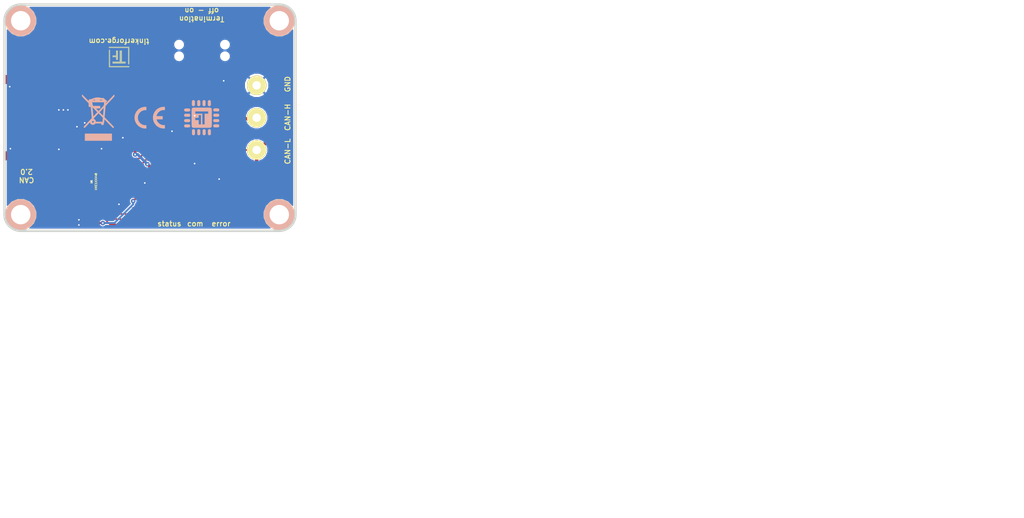
<source format=kicad_pcb>
(kicad_pcb (version 4) (host pcbnew 4.0.7-e2-6376~58~ubuntu17.04.1)
  (title_block (title "CAN Bricklet") (date 2018-01-16) (rev 2.0) (company "Tinkerforge GmbH") (comment 1 "Licensed under CERN OHL v.1.1") (comment 2 "Copyright (©) 2018, B.Nordmeyer <bastian@tinkerforge.com>"))
  (layers (0 Vorderseite signal) (31 Rückseite signal hide) (34 B.Paste user) (35 F.Paste user) (36 B.SilkS user) (37 F.SilkS user) (38 B.Mask user) (39 F.Mask user) (44 Edge.Cuts user))
  (net 0 "")
  (net 1 GND)
  (net 2 "Net-(C1-Pad2)")
  (net 3 "Net-(P1-Pad6)")
  (net 4 +5V)
  (net 5 "Net-(C6-Pad1)")
  (net 6 3V3)
  (net 7 "Net-(K1-Pad2)")
  (net 8 "Net-(K1-Pad3)")
  (net 9 "Net-(C7-Pad1)")
  (net 10 "Net-(C14-Pad1)")
  (net 11 "Net-(C15-Pad1)")
  (net 12 "Net-(D1-Pad2)")
  (net 13 "Net-(P1-Pad4)")
  (net 14 "Net-(P1-Pad5)")
  (net 15 "Net-(P2-Pad1)")
  (net 16 "Net-(P3-Pad2)")
  (net 17 "Net-(R2-Pad2)")
  (net 18 "Net-(R5-Pad2)")
  (net 19 S-CS)
  (net 20 S-CLK)
  (net 21 S-MOSI)
  (net 22 S-MISO)
  (net 23 TX)
  (net 24 RX)
  (net 25 "Net-(D2-Pad2)")
  (net 26 "Net-(D3-Pad2)")
  (net 27 "Net-(RP2-Pad4)")
  (net 28 "Net-(RP2-Pad2)")
  (net 29 "Net-(RP2-Pad3)")
  (module kicad-libraries:Fiducial_Mark (layer Vorderseite) (at 132.3 116.1)
    (fp_text reference Fiducial_Mark hide)
    (fp_text value VAL** hide)
    (pad 1 smd circle (at 0 0) (size 1.00076 1.00076) (layers Vorderseite F.Paste F.Mask) (clearance 0.65024))
  )
  (module kicad-libraries:Logo_31x31 (layer Vorderseite) (at 144.6 92.8 180)
    (fp_text reference G*** hide)
    (fp_text value Logo_31x31 hide)
  )
  (module kicad-libraries:Fiducial_Mark (layer Vorderseite) (at 132.8 85.6)
    (fp_text reference Fiducial_Mark hide)
    (fp_text value VAL** hide)
    (pad 1 smd circle (at 0 0) (size 1.00076 1.00076) (layers Vorderseite F.Paste F.Mask) (clearance 0.65024))
  )
  (module kicad-libraries:Fiducial_Mark (layer Vorderseite) (at 167.8 110.6)
    (fp_text reference Fiducial_Mark hide)
    (fp_text value VAL** hide)
    (pad 1 smd circle (at 0 0) (size 1.00076 1.00076) (layers Vorderseite F.Paste F.Mask) (clearance 0.65024))
  )
  (module kicad-libraries:Fiducial_Mark (layer Vorderseite) (at 164.4 87.8)
    (fp_text reference Fiducial_Mark hide)
    (fp_text value VAL** hide)
    (pad 1 smd circle (at 0 0) (size 1.00076 1.00076) (layers Vorderseite F.Paste F.Mask) (clearance 0.65024))
  )
  (module kicad-libraries:WEEE_7mm (layer Rückseite) (at 139.8 100.6 180)
    (fp_text reference VAL hide)
    (fp_text value WEEE_7mm hide)
  )
  (module kicad-libraries:CE_5mm (layer Rückseite) (at 147.8 100.6)
    (fp_text reference VAL hide)
    (fp_text value CE_5mm hide)
  )
  (module kicad-libraries:DRILL_NP (layer Vorderseite) (at 167.8 115.6 90)
    (fp_text reference U4 hide)
    (fp_text value DRILL hide)
    (pad "" np_thru_hole circle (at 0 0 90) (size 2.99974 2.99974) (drill 2.99974) (layers *.Cu *.Mask F.SilkS) (clearance 0.89916))
  )
  (module kicad-libraries:DRILL_NP (layer Vorderseite) (at 167.8 85.6)
    (fp_text reference U5 hide)
    (fp_text value DRILL hide)
    (pad "" np_thru_hole circle (at 0 0) (size 2.99974 2.99974) (drill 2.99974) (layers *.Cu *.Mask F.SilkS) (clearance 0.89916))
  )
  (module kicad-libraries:DRILL_NP (layer Vorderseite) (at 127.8 115.6 90)
    (fp_text reference U6 hide)
    (fp_text value DRILL hide)
    (pad "" np_thru_hole circle (at 0 0 90) (size 2.99974 2.99974) (drill 2.99974) (layers *.Cu *.Mask F.SilkS) (clearance 0.89916))
  )
  (module kicad-libraries:CRYSTAL_3225 (layer Vorderseite) (at 139.25 103.6 180)
    (fp_text reference X1)
    (fp_text value 16MHz)
    (pad 3 smd rect (at -1.09982 -0.8001 180) (size 1.39954 1.15062) (layers Vorderseite F.Paste F.Mask) (net 1 GND))
    (pad 2 smd rect (at 1.09982 -0.8001 180) (size 1.39954 1.15062) (layers Vorderseite F.Paste F.Mask) (net 9 "Net-(C7-Pad1)"))
    (pad 1 smd rect (at -1.09982 0.8001 180) (size 1.39954 1.15062) (layers Vorderseite F.Paste F.Mask) (net 5 "Net-(C6-Pad1)"))
    (pad 3 smd rect (at 1.09982 0.8001 180) (size 1.39954 1.15062) (layers Vorderseite F.Paste F.Mask) (net 1 GND))
  )
  (module kicad-libraries:SLIDE_SWITCH (layer Vorderseite) (at 155.8 90.2)
    (fp_text reference SW1)
    (fp_text value Termination)
    (pad 6 smd rect (at -2.49936 -3.2004) (size 1.19888 1.6002) (layers Vorderseite F.Paste F.Mask))
    (pad 5 smd rect (at 0 -3.2004) (size 1.19888 1.6002) (layers Vorderseite F.Paste F.Mask))
    (pad 4 smd rect (at 2.49936 -3.2004) (size 1.19888 1.6002) (layers Vorderseite F.Paste F.Mask))
    (pad 3 smd rect (at 2.49936 3.2004) (size 1.19888 1.6002) (layers Vorderseite F.Paste F.Mask))
    (pad 2 smd rect (at 0 3.2004) (size 1.19888 1.6002) (layers Vorderseite F.Paste F.Mask) (net 18 "Net-(R5-Pad2)"))
    (pad 1 smd rect (at -2.49936 3.2004) (size 1.19888 1.6002) (layers Vorderseite F.Paste F.Mask) (net 7 "Net-(K1-Pad2)"))
    (pad "" np_thru_hole circle (at -3.5 -0.9) (size 1.2 1.2) (drill 1.2) (layers *.Cu *.Mask F.SilkS))
    (pad "" np_thru_hole circle (at -3.5 0.9) (size 1.2 1.2) (drill 1.2) (layers *.Cu *.Mask F.SilkS))
    (pad "" np_thru_hole circle (at 3.6 -0.9) (size 1.2 1.2) (drill 1.2) (layers *.Cu *.Mask F.SilkS))
    (pad "" np_thru_hole circle (at 3.6 0.9) (size 1.2 1.2) (drill 1.2) (layers *.Cu *.Mask F.SilkS))
  )
  (module kicad-libraries:AKL_5_3 (layer Vorderseite) (at 164.3 100.6 270)
    (fp_text reference K1)
    (fp_text value CONN_3)
    (pad 1 thru_hole circle (at -5 0 270) (size 2.99974 2.99974) (drill 1.30048) (layers *.Cu *.Mask F.SilkS) (net 1 GND))
    (pad 2 thru_hole circle (at 0 0 270) (size 2.99974 2.99974) (drill 1.30048) (layers *.Cu *.Mask F.SilkS) (net 7 "Net-(K1-Pad2)"))
    (pad 3 thru_hole circle (at 5 0 270) (size 2.99974 2.99974) (drill 1.30048) (layers *.Cu *.Mask F.SilkS) (net 8 "Net-(K1-Pad3)"))
  )
  (module C0402E (layer Vorderseite) (at 132.7 104.5 135)
    (fp_text reference C1)
    (fp_text value 220pF)
    (pad 1 smd rect (at -0.65 0 135) (size 0.7 0.9) (layers Vorderseite F.Paste F.Mask) (net 1 GND))
    (pad 2 smd rect (at 0.65 0 135) (size 0.7 0.9) (layers Vorderseite F.Paste F.Mask) (net 2 "Net-(C1-Pad2)"))
  )
  (module kicad-libraries:C0805E (layer Vorderseite) (at 134.2 97.4 90)
    (fp_text reference C2)
    (fp_text value 10uF)
    (pad 1 smd rect (at -0.95 0 90) (size 1.3 1.5) (layers Vorderseite F.Paste F.Mask) (net 1 GND) (clearance 0.14986))
    (pad 2 smd rect (at 0.95 0 90) (size 1.3 1.5) (layers Vorderseite F.Paste F.Mask) (net 4 +5V) (clearance 0.14986))
  )
  (module kicad-libraries:C0805E (layer Vorderseite) (at 132.4 99.3 270)
    (fp_text reference C3)
    (fp_text value 10uF)
    (pad 1 smd rect (at -0.95 0 270) (size 1.3 1.5) (layers Vorderseite F.Paste F.Mask) (net 1 GND) (clearance 0.14986))
    (pad 2 smd rect (at 0.95 0 270) (size 1.3 1.5) (layers Vorderseite F.Paste F.Mask) (net 6 3V3) (clearance 0.14986))
  )
  (module kicad-libraries:C0603F (layer Vorderseite) (at 139.25 101.4 180)
    (fp_text reference C6)
    (fp_text value 10pF)
    (pad 1 smd rect (at -0.75 0 180) (size 0.9 0.9) (layers Vorderseite F.Paste F.Mask) (net 5 "Net-(C6-Pad1)"))
    (pad 2 smd rect (at 0.75 0 180) (size 0.9 0.9) (layers Vorderseite F.Paste F.Mask) (net 1 GND))
  )
  (module kicad-libraries:C0603F (layer Vorderseite) (at 136.55 103.6 90)
    (fp_text reference C7)
    (fp_text value 10pF)
    (pad 1 smd rect (at -0.75 0 90) (size 0.9 0.9) (layers Vorderseite F.Paste F.Mask) (net 9 "Net-(C7-Pad1)"))
    (pad 2 smd rect (at 0.75 0 90) (size 0.9 0.9) (layers Vorderseite F.Paste F.Mask) (net 1 GND))
  )
  (module kicad-libraries:C0603F (layer Vorderseite) (at 142.85 104.5 180)
    (fp_text reference C8)
    (fp_text value 100nF)
    (pad 1 smd rect (at -0.75 0 180) (size 0.9 0.9) (layers Vorderseite F.Paste F.Mask) (net 1 GND))
    (pad 2 smd rect (at 0.75 0 180) (size 0.9 0.9) (layers Vorderseite F.Paste F.Mask) (net 6 3V3))
  )
  (module kicad-libraries:C0603F (layer Vorderseite) (at 138.4 116.9)
    (fp_text reference C9)
    (fp_text value 100nF)
    (pad 1 smd rect (at -0.75 0) (size 0.9 0.9) (layers Vorderseite F.Paste F.Mask) (net 1 GND))
    (pad 2 smd rect (at 0.75 0) (size 0.9 0.9) (layers Vorderseite F.Paste F.Mask) (net 6 3V3))
  )
  (module kicad-libraries:C0603F (layer Vorderseite) (at 143.85 113 90)
    (fp_text reference C10)
    (fp_text value 100nF)
    (pad 1 smd rect (at -0.75 0 90) (size 0.9 0.9) (layers Vorderseite F.Paste F.Mask) (net 1 GND))
    (pad 2 smd rect (at 0.75 0 90) (size 0.9 0.9) (layers Vorderseite F.Paste F.Mask) (net 6 3V3))
  )
  (module kicad-libraries:C0603F (layer Vorderseite) (at 138.4 115.55)
    (fp_text reference C11)
    (fp_text value 220nF)
    (pad 1 smd rect (at -0.75 0) (size 0.9 0.9) (layers Vorderseite F.Paste F.Mask) (net 1 GND))
    (pad 2 smd rect (at 0.75 0) (size 0.9 0.9) (layers Vorderseite F.Paste F.Mask) (net 6 3V3))
  )
  (module kicad-libraries:C0603F (layer Vorderseite) (at 156.6 107.7 180)
    (fp_text reference C12)
    (fp_text value 100nF)
    (pad 1 smd rect (at -0.75 0 180) (size 0.9 0.9) (layers Vorderseite F.Paste F.Mask) (net 6 3V3))
    (pad 2 smd rect (at 0.75 0 180) (size 0.9 0.9) (layers Vorderseite F.Paste F.Mask) (net 1 GND))
  )
  (module kicad-libraries:C0603F (layer Vorderseite) (at 151.2 104.5 90)
    (fp_text reference C13)
    (fp_text value 100nF)
    (pad 1 smd rect (at -0.75 0 90) (size 0.9 0.9) (layers Vorderseite F.Paste F.Mask) (net 4 +5V))
    (pad 2 smd rect (at 0.75 0 90) (size 0.9 0.9) (layers Vorderseite F.Paste F.Mask) (net 1 GND))
  )
  (module kicad-libraries:C0603F (layer Vorderseite) (at 160.3 110.1 180)
    (fp_text reference C14)
    (fp_text value 470pF)
    (pad 1 smd rect (at -0.75 0 180) (size 0.9 0.9) (layers Vorderseite F.Paste F.Mask) (net 10 "Net-(C14-Pad1)"))
    (pad 2 smd rect (at 0.75 0 180) (size 0.9 0.9) (layers Vorderseite F.Paste F.Mask) (net 1 GND))
  )
  (module kicad-libraries:C0603F (layer Vorderseite) (at 159.2 96.6 90)
    (fp_text reference C15)
    (fp_text value 470pF)
    (pad 1 smd rect (at -0.75 0 90) (size 0.9 0.9) (layers Vorderseite F.Paste F.Mask) (net 11 "Net-(C15-Pad1)"))
    (pad 2 smd rect (at 0.75 0 90) (size 0.9 0.9) (layers Vorderseite F.Paste F.Mask) (net 1 GND))
  )
  (module D0603F (layer Vorderseite) (at 150.8 115.5 180)
    (fp_text reference D1)
    (fp_text value blue)
    (pad 1 smd rect (at -0.75 0 180) (size 0.9 0.9) (layers Vorderseite F.Paste F.Mask) (net 6 3V3))
    (pad 2 smd rect (at 0.75 0 180) (size 0.9 0.9) (layers Vorderseite F.Paste F.Mask) (net 12 "Net-(D1-Pad2)"))
  )
  (module kicad-libraries:DEBUG_PAD (layer Vorderseite) (at 135.1 116.5)
    (fp_text reference P2)
    (fp_text value Debug)
    (pad 1 smd circle (at 0 0) (size 0.7 0.7) (layers Vorderseite F.Paste F.Mask) (net 15 "Net-(P2-Pad1)"))
  )
  (module kicad-libraries:SolderJumper (layer Vorderseite) (at 145.9 110.7 180)
    (fp_text reference P3)
    (fp_text value Boot)
    (pad 2 smd rect (at 0.55 0 180) (size 0.3 1.4) (layers Vorderseite F.Mask) (net 16 "Net-(P3-Pad2)"))
    (pad 2 smd rect (at 0.15 0 180) (size 0.6 0.5) (layers Vorderseite F.Mask) (net 16 "Net-(P3-Pad2)"))
    (pad 1 smd rect (at -0.5 0 180) (size 0.4 1.4) (layers Vorderseite F.Mask) (net 1 GND))
    (pad 1 smd rect (at -0.225 0.55 180) (size 0.95 0.3) (layers Vorderseite F.Mask) (net 1 GND))
    (pad 1 smd rect (at -0.225 -0.55 180) (size 0.95 0.3) (layers Vorderseite F.Mask) (net 1 GND))
  )
  (module kicad-libraries:R0603F (layer Vorderseite) (at 155.5 101.2)
    (fp_text reference R2)
    (fp_text value 1k)
    (pad 1 smd rect (at -0.75 0) (size 0.9 0.9) (layers Vorderseite F.Paste F.Mask) (net 1 GND))
    (pad 2 smd rect (at 0.75 0) (size 0.9 0.9) (layers Vorderseite F.Paste F.Mask) (net 17 "Net-(R2-Pad2)"))
  )
  (module kicad-libraries:R0603F (layer Vorderseite) (at 163.5 110.1)
    (fp_text reference R3)
    (fp_text value 120)
    (pad 1 smd rect (at -0.75 0) (size 0.9 0.9) (layers Vorderseite F.Paste F.Mask) (net 10 "Net-(C14-Pad1)"))
    (pad 2 smd rect (at 0.75 0) (size 0.9 0.9) (layers Vorderseite F.Paste F.Mask) (net 8 "Net-(K1-Pad3)"))
  )
  (module kicad-libraries:R0603F (layer Vorderseite) (at 159.2 99.9 270)
    (fp_text reference R4)
    (fp_text value 120)
    (pad 1 smd rect (at -0.75 0 270) (size 0.9 0.9) (layers Vorderseite F.Paste F.Mask) (net 11 "Net-(C15-Pad1)"))
    (pad 2 smd rect (at 0.75 0 270) (size 0.9 0.9) (layers Vorderseite F.Paste F.Mask) (net 7 "Net-(K1-Pad2)"))
  )
  (module kicad-libraries:R0603F (layer Vorderseite) (at 163.7 91.8 180)
    (fp_text reference R5)
    (fp_text value 120)
    (pad 1 smd rect (at -0.75 0 180) (size 0.9 0.9) (layers Vorderseite F.Paste F.Mask) (net 8 "Net-(K1-Pad3)"))
    (pad 2 smd rect (at 0.75 0 180) (size 0.9 0.9) (layers Vorderseite F.Paste F.Mask) (net 18 "Net-(R5-Pad2)"))
  )
  (module kicad-libraries:4X0402 (layer Vorderseite) (at 133.85 103.4 225)
    (fp_text reference RP1)
    (fp_text value 82)
    (pad 1 smd rect (at -0.7493 0.575 45) (size 0.29972 0.65) (layers Vorderseite F.Paste F.Mask) (net 13 "Net-(P1-Pad4)"))
    (pad 2 smd rect (at -0.24892 0.575 45) (size 0.29972 0.65) (layers Vorderseite F.Paste F.Mask) (net 14 "Net-(P1-Pad5)"))
    (pad 3 smd rect (at 0.24892 0.575 45) (size 0.29972 0.65) (layers Vorderseite F.Paste F.Mask) (net 3 "Net-(P1-Pad6)"))
    (pad 4 smd rect (at 0.7493 0.575 45) (size 0.29972 0.65) (layers Vorderseite F.Paste F.Mask) (net 2 "Net-(C1-Pad2)"))
    (pad 5 smd rect (at 0.7493 -0.575 225) (size 0.29972 0.65) (layers Vorderseite F.Paste F.Mask) (net 22 S-MISO))
    (pad 6 smd rect (at 0.24892 -0.575 225) (size 0.29972 0.65) (layers Vorderseite F.Paste F.Mask) (net 21 S-MOSI))
    (pad 7 smd rect (at -0.24892 -0.575 225) (size 0.29972 0.65) (layers Vorderseite F.Paste F.Mask) (net 20 S-CLK))
    (pad 8 smd rect (at -0.7493 -0.575 225) (size 0.29972 0.65) (layers Vorderseite F.Paste F.Mask) (net 19 S-CS))
  )
  (module kicad-libraries:QFN48-EP2 (layer Vorderseite) (at 138.75 110.5 270)
    (fp_text reference U1 (at 0 0 270) (layer F.SilkS) (effects (font (size 0.29972 0.29972) (thickness 0.0762))))
    (fp_text value XMC1XXX48 (at 0 -0.7 270) (layer F.SilkS) (effects (font (size 0.29972 0.29972) (thickness 0.0762))))
    (pad 1 smd rect (at -2.74828 3.61188 90) (size 0.29972 1.14808) (layers Vorderseite F.Paste F.Mask))
    (pad 2 smd rect (at -2.2479 3.61188 90) (size 0.29972 1.14808) (layers Vorderseite F.Paste F.Mask))
    (pad 3 smd rect (at -1.74752 3.61188 90) (size 0.29972 1.14808) (layers Vorderseite F.Paste F.Mask) (net 22 S-MISO))
    (pad 4 smd rect (at -1.24968 3.61188 90) (size 0.29972 1.14808) (layers Vorderseite F.Paste F.Mask))
    (pad 5 smd rect (at -0.7493 3.61188 90) (size 0.29972 1.14808) (layers Vorderseite F.Paste F.Mask))
    (pad 6 smd rect (at -0.24892 3.61188 90) (size 0.29972 1.14808) (layers Vorderseite F.Paste F.Mask))
    (pad 7 smd rect (at 0.24892 3.61188 90) (size 0.29972 1.14808) (layers Vorderseite F.Paste F.Mask))
    (pad 8 smd rect (at 0.7493 3.61188 90) (size 0.29972 1.14808) (layers Vorderseite F.Paste F.Mask))
    (pad 9 smd rect (at 1.24968 3.61188 90) (size 0.29972 1.14808) (layers Vorderseite F.Paste F.Mask))
    (pad 10 smd rect (at 1.74752 3.61188 90) (size 0.29972 1.14808) (layers Vorderseite F.Paste F.Mask))
    (pad 11 smd rect (at 2.2479 3.61188 90) (size 0.29972 1.14808) (layers Vorderseite F.Paste F.Mask))
    (pad 12 smd rect (at 2.74828 3.61188 90) (size 0.29972 1.14808) (layers Vorderseite F.Paste F.Mask))
    (pad 13 smd rect (at 3.61188 2.74828 180) (size 0.29972 1.14808) (layers Vorderseite F.Paste F.Mask) (net 15 "Net-(P2-Pad1)"))
    (pad 14 smd rect (at 3.61188 2.2479 180) (size 0.29972 1.14808) (layers Vorderseite F.Paste F.Mask))
    (pad 15 smd rect (at 3.61188 1.74752 180) (size 0.29972 1.14808) (layers Vorderseite F.Paste F.Mask))
    (pad 16 smd rect (at 3.61188 1.24968 180) (size 0.29972 1.14808) (layers Vorderseite F.Paste F.Mask))
    (pad 17 smd rect (at 3.61188 0.7493 180) (size 0.29972 1.14808) (layers Vorderseite F.Paste F.Mask) (net 1 GND))
    (pad 18 smd rect (at 3.61188 0.24892 180) (size 0.29972 1.14808) (layers Vorderseite F.Paste F.Mask) (net 6 3V3))
    (pad 19 smd rect (at 3.61188 -0.24892 180) (size 0.29972 1.14808) (layers Vorderseite F.Paste F.Mask) (net 6 3V3))
    (pad 20 smd rect (at 3.61188 -0.7493 180) (size 0.29972 1.14808) (layers Vorderseite F.Paste F.Mask))
    (pad 21 smd rect (at 3.61188 -1.24968 180) (size 0.29972 1.14808) (layers Vorderseite F.Paste F.Mask))
    (pad 22 smd rect (at 3.61188 -1.74752 180) (size 0.29972 1.14808) (layers Vorderseite F.Paste F.Mask) (net 27 "Net-(RP2-Pad4)"))
    (pad 23 smd rect (at 3.61188 -2.2479 180) (size 0.29972 1.14808) (layers Vorderseite F.Paste F.Mask) (net 29 "Net-(RP2-Pad3)"))
    (pad 24 smd rect (at 3.61188 -2.74828 180) (size 0.29972 1.14808) (layers Vorderseite F.Paste F.Mask) (net 28 "Net-(RP2-Pad2)"))
    (pad 25 smd rect (at 2.74828 -3.61188 270) (size 0.29972 1.14808) (layers Vorderseite F.Paste F.Mask))
    (pad 26 smd rect (at 2.2479 -3.61188 270) (size 0.29972 1.14808) (layers Vorderseite F.Paste F.Mask))
    (pad 27 smd rect (at 1.74752 -3.61188 270) (size 0.29972 1.14808) (layers Vorderseite F.Paste F.Mask) (net 6 3V3))
    (pad 28 smd rect (at 1.24968 -3.61188 270) (size 0.29972 1.14808) (layers Vorderseite F.Paste F.Mask))
    (pad 29 smd rect (at 0.7493 -3.61188 270) (size 0.29972 1.14808) (layers Vorderseite F.Paste F.Mask))
    (pad 30 smd rect (at 0.24892 -3.61188 270) (size 0.29972 1.14808) (layers Vorderseite F.Paste F.Mask) (net 16 "Net-(P3-Pad2)"))
    (pad 31 smd rect (at -0.24892 -3.61188 270) (size 0.29972 1.14808) (layers Vorderseite F.Paste F.Mask))
    (pad 32 smd rect (at -0.7493 -3.61188 270) (size 0.29972 1.14808) (layers Vorderseite F.Paste F.Mask))
    (pad 33 smd rect (at -1.24968 -3.61188 270) (size 0.29972 1.14808) (layers Vorderseite F.Paste F.Mask) (net 23 TX))
    (pad 34 smd rect (at -1.74752 -3.61188 270) (size 0.29972 1.14808) (layers Vorderseite F.Paste F.Mask) (net 24 RX))
    (pad 35 smd rect (at -2.2479 -3.61188 270) (size 0.29972 1.14808) (layers Vorderseite F.Paste F.Mask))
    (pad 36 smd rect (at -2.74828 -3.61188 270) (size 0.29972 1.14808) (layers Vorderseite F.Paste F.Mask))
    (pad 37 smd rect (at -3.60934 -2.74828) (size 0.29972 1.15062) (layers Vorderseite F.Paste F.Mask) (net 1 GND))
    (pad 38 smd rect (at -3.61188 -2.2479) (size 0.29972 1.14808) (layers Vorderseite F.Paste F.Mask) (net 6 3V3))
    (pad 39 smd rect (at -3.61188 -1.74752) (size 0.29972 1.14808) (layers Vorderseite F.Paste F.Mask))
    (pad 40 smd rect (at -3.61188 -1.24968) (size 0.29972 1.14808) (layers Vorderseite F.Paste F.Mask))
    (pad 41 smd rect (at -3.61188 -0.7493) (size 0.29972 1.14808) (layers Vorderseite F.Paste F.Mask) (net 5 "Net-(C6-Pad1)"))
    (pad 42 smd rect (at -3.61188 -0.24892) (size 0.29972 1.14808) (layers Vorderseite F.Paste F.Mask) (net 9 "Net-(C7-Pad1)"))
    (pad 43 smd rect (at -3.61188 0.24892) (size 0.29972 1.14808) (layers Vorderseite F.Paste F.Mask))
    (pad 44 smd rect (at -3.61188 0.7493) (size 0.29972 1.14808) (layers Vorderseite F.Paste F.Mask) (net 19 S-CS))
    (pad 45 smd rect (at -3.61188 1.24968) (size 0.29972 1.14808) (layers Vorderseite F.Paste F.Mask) (net 20 S-CLK))
    (pad 46 smd rect (at -3.61188 1.74752) (size 0.29972 1.14808) (layers Vorderseite F.Paste F.Mask) (net 21 S-MOSI))
    (pad 47 smd rect (at -3.61188 2.2479) (size 0.29972 1.14808) (layers Vorderseite F.Paste F.Mask))
    (pad 48 smd rect (at -3.61188 2.74828) (size 0.29972 1.14808) (layers Vorderseite F.Paste F.Mask))
    (pad EP smd rect (at 0 0 270) (size 3.5 3.5) (layers Vorderseite F.Paste F.Mask) (net 1 GND))
  )
  (module kicad-libraries:SOIC8 (layer Vorderseite) (at 155.5 104.4 270)
    (fp_text reference U2)
    (fp_text value MCP2562)
    (pad 1 smd rect (at -1.90246 2.69748 90) (size 0.59944 1.5494) (layers Vorderseite F.Paste F.Mask) (net 23 TX))
    (pad 2 smd rect (at -0.63246 2.69748 90) (size 0.59944 1.5494) (layers Vorderseite F.Paste F.Mask) (net 1 GND))
    (pad 3 smd rect (at 0.63246 2.69748 90) (size 0.59944 1.5494) (layers Vorderseite F.Paste F.Mask) (net 4 +5V))
    (pad 4 smd rect (at 1.90246 2.69748 90) (size 0.59944 1.5494) (layers Vorderseite F.Paste F.Mask) (net 24 RX))
    (pad 5 smd rect (at 1.90246 -2.69748 270) (size 0.59944 1.5494) (layers Vorderseite F.Paste F.Mask) (net 6 3V3))
    (pad 6 smd rect (at 0.63246 -2.69748 270) (size 0.59944 1.5494) (layers Vorderseite F.Paste F.Mask) (net 8 "Net-(K1-Pad3)"))
    (pad 7 smd rect (at -0.63246 -2.69748 270) (size 0.59944 1.5494) (layers Vorderseite F.Paste F.Mask) (net 7 "Net-(K1-Pad2)"))
    (pad 8 smd rect (at -1.90246 -2.69748 270) (size 0.59944 1.5494) (layers Vorderseite F.Paste F.Mask) (net 17 "Net-(R2-Pad2)"))
  )
  (module kicad-libraries:DRILL_NP (layer Vorderseite) (at 127.8 85.6 270)
    (fp_text reference U3 hide)
    (fp_text value DRILL hide)
    (pad "" np_thru_hole circle (at 0 0 270) (size 2.99974 2.99974) (drill 2.99974) (layers *.Cu *.Mask F.SilkS) (clearance 0.89916))
  )
  (module kicad-libraries:CON-SENSOR2 (layer Vorderseite) (at 125.3 100.6 270)
    (fp_text reference P1)
    (fp_text value CON-SENSOR)
    (pad 1 smd rect (at -3.75 -4.6 270) (size 0.6 1.8) (layers Vorderseite F.Paste F.Mask) (net 4 +5V))
    (pad 2 smd rect (at -2.5 -4.6 270) (size 0.6 1.8) (layers Vorderseite F.Paste F.Mask) (net 1 GND))
    (pad EP smd rect (at -5.9 -1.2 270) (size 1.4 2.4) (layers Vorderseite F.Paste F.Mask) (net 1 GND))
    (pad EP smd rect (at 5.9 -1.2 270) (size 1.4 2.4) (layers Vorderseite F.Paste F.Mask) (net 1 GND))
    (pad 3 smd rect (at -1.25 -4.6 270) (size 0.6 1.8) (layers Vorderseite F.Paste F.Mask) (net 6 3V3))
    (pad 4 smd rect (at 0 -4.6 270) (size 0.6 1.8) (layers Vorderseite F.Paste F.Mask) (net 13 "Net-(P1-Pad4)"))
    (pad 5 smd rect (at 1.25 -4.6 270) (size 0.6 1.8) (layers Vorderseite F.Paste F.Mask) (net 14 "Net-(P1-Pad5)"))
    (pad 6 smd rect (at 2.5 -4.6 270) (size 0.6 1.8) (layers Vorderseite F.Paste F.Mask) (net 3 "Net-(P1-Pad6)"))
    (pad 7 smd rect (at 3.75 -4.6 270) (size 0.6 1.8) (layers Vorderseite F.Paste F.Mask) (net 2 "Net-(C1-Pad2)"))
  )
  (module D0603F (layer Vorderseite) (at 154.8 115.5 180)
    (fp_text reference D2)
    (fp_text value yellow)
    (pad 1 smd rect (at -0.75 0 180) (size 0.9 0.9) (layers Vorderseite F.Paste F.Mask) (net 6 3V3))
    (pad 2 smd rect (at 0.75 0 180) (size 0.9 0.9) (layers Vorderseite F.Paste F.Mask) (net 25 "Net-(D2-Pad2)"))
  )
  (module D0603F (layer Vorderseite) (at 158.8 115.5 180)
    (fp_text reference D3)
    (fp_text value red)
    (pad 1 smd rect (at -0.75 0 180) (size 0.9 0.9) (layers Vorderseite F.Paste F.Mask) (net 6 3V3))
    (pad 2 smd rect (at 0.75 0 180) (size 0.9 0.9) (layers Vorderseite F.Paste F.Mask) (net 26 "Net-(D3-Pad2)"))
  )
  (module kicad-libraries:0603X4 (layer Vorderseite) (at 146.3 115.9 90)
    (fp_text reference RP2)
    (fp_text value 1k)
    (pad 1 smd rect (at 1.19888 -0.8509 90) (size 0.44958 0.89916) (layers Vorderseite F.Paste F.Mask))
    (pad 2 smd rect (at 0.39878 -0.8509 90) (size 0.44958 0.89916) (layers Vorderseite F.Paste F.Mask) (net 28 "Net-(RP2-Pad2)"))
    (pad 3 smd rect (at -0.39878 -0.8509 90) (size 0.44958 0.89916) (layers Vorderseite F.Paste F.Mask) (net 29 "Net-(RP2-Pad3)"))
    (pad 4 smd rect (at -1.19888 -0.8509 90) (size 0.44958 0.89916) (layers Vorderseite F.Paste F.Mask) (net 27 "Net-(RP2-Pad4)"))
    (pad 5 smd rect (at -1.19888 0.8509 90) (size 0.44958 0.89916) (layers Vorderseite F.Paste F.Mask) (net 26 "Net-(D3-Pad2)"))
    (pad 6 smd rect (at -0.39878 0.8509 90) (size 0.44958 0.89916) (layers Vorderseite F.Paste F.Mask) (net 25 "Net-(D2-Pad2)"))
    (pad 7 smd rect (at 0.39878 0.8509 90) (size 0.44958 0.89916) (layers Vorderseite F.Paste F.Mask) (net 12 "Net-(D1-Pad2)"))
    (pad 8 smd rect (at 1.19888 0.8509 90) (size 0.44958 0.89916) (layers Vorderseite F.Paste F.Mask))
  )
  (module kicad-libraries:Logo_CoMCU (layer Rückseite) (at 155.8 100.6 180)
    (fp_text reference G*** hide)
    (fp_text value LOGO hide)
  )
  (gr_text error (at 158.8 117) (layer F.SilkS) (effects (font (size 0.8001 0.8001) (thickness 0.14986))))
  (gr_text com (at 154.8 117) (layer F.SilkS) (effects (font (size 0.8001 0.8001) (thickness 0.14986))))
  (gr_text status (at 150.8 117) (layer F.SilkS) (effects (font (size 0.8001 0.8001) (thickness 0.14986))))
  (gr_text "Termination\noff - on" (at 155.8 84.7 180) (layer F.SilkS) (effects (font (size 0.8 0.8))))
  (gr_text "CAN-L  CAN-H   GND" (at 169.1 101 90) (layer F.SilkS) (effects (font (size 0.8 0.8))))
  (gr_line (start 170.3 85.6) (end 170.3 115.6) (angle 90) (layer Edge.Cuts) (width 0.381))
  (gr_line (start 127.8 83.1) (end 167.8 83.1) (angle 90) (layer Edge.Cuts) (width 0.381))
  (gr_line (start 125.3 115.6) (end 125.3 85.6) (angle 90) (layer Edge.Cuts) (width 0.381))
  (gr_line (start 167.8 118.1) (end 127.8 118.1) (angle 90) (layer Edge.Cuts) (width 0.381))
  (gr_arc (start 167.8 115.6) (end 170.3 115.6) (angle 90) (layer Edge.Cuts) (width 0.381))
  (gr_arc (start 167.8 85.6) (end 167.8 83.1) (angle 90) (layer Edge.Cuts) (width 0.381))
  (gr_arc (start 127.8 85.6) (end 125.3 85.6) (angle 90) (layer Edge.Cuts) (width 0.381))
  (gr_arc (start 127.8 115.6) (end 127.8 118.1) (angle 90) (layer Edge.Cuts) (width 0.381))
  (gr_text tinkerforge.com (at 143 88.8 180) (layer F.SilkS) (effects (font (size 0.8001 0.8001) (thickness 0.14986))))
  (gr_text "CAN\n2.0" (at 128.7 109.6 180) (layer F.SilkS) (effects (font (size 0.8001 0.8001) (thickness 0.14986))))
  (segment (start 146.4 110.7) (end 146.4 111.2) (width 0.2) (layer Vorderseite) (net 1))
  (segment (start 146.4 111.2) (end 146.1 111.2) (width 0.2) (layer Vorderseite) (net 1))
  (segment (start 146.1 111.2) (end 146.125 111.25) (width 0.2) (layer Vorderseite) (net 1))
  (segment (start 146.125 110.15) (end 146.35 110.15) (width 0.2) (layer Vorderseite) (net 1))
  (segment (start 146.35 110.15) (end 146.4 110.2) (width 0.2) (layer Vorderseite) (net 1))
  (segment (start 146.4 110.2) (end 146.4 110.7) (width 0.2) (layer Vorderseite) (net 1))
  (segment (start 143.6 104.5) (end 143.6 103.7) (width 0.5) (layer Vorderseite) (net 1))
  (via (at 143.6 103.7) (size 0.70104) (drill 0.24892) (layers Vorderseite Rückseite) (net 1))
  (segment (start 140.34982 104.4001) (end 140.34982 105.35018) (width 0.5) (layer Vorderseite) (net 1))
  (via (at 140.3 105.4) (size 0.70104) (drill 0.24892) (layers Vorderseite Rückseite) (net 1))
  (segment (start 140.34982 105.35018) (end 140.3 105.4) (width 0.5) (layer Vorderseite) (net 1))
  (segment (start 138.5 101.4) (end 137.7 101.4) (width 0.5) (layer Vorderseite) (net 1))
  (via (at 137.7 101.4) (size 0.70104) (drill 0.24892) (layers Vorderseite Rückseite) (net 1))
  (segment (start 136.55 102.85) (end 136.55 102.05) (width 0.5) (layer Vorderseite) (net 1))
  (via (at 136.5 102) (size 0.70104) (drill 0.24892) (layers Vorderseite Rückseite) (net 1))
  (segment (start 136.55 102.05) (end 136.5 102) (width 0.5) (layer Vorderseite) (net 1))
  (segment (start 138.15018 102.7999) (end 136.6001 102.7999) (width 0.5) (layer Vorderseite) (net 1))
  (segment (start 136.6001 102.7999) (end 136.55 102.85) (width 0.5) (layer Vorderseite) (net 1))
  (segment (start 133.159619 104.959619) (end 133.7 105.5) (width 0.5) (layer Vorderseite) (net 1))
  (via (at 133.7 105.5) (size 0.70104) (drill 0.24892) (layers Vorderseite Rückseite) (net 1))
  (segment (start 137.65 116.9) (end 137.1 116.9) (width 0.5) (layer Vorderseite) (net 1))
  (via (at 136.8 117.2) (size 0.70104) (drill 0.24892) (layers Vorderseite Rückseite) (net 1))
  (segment (start 137.1 116.9) (end 136.8 117.2) (width 0.5) (layer Vorderseite) (net 1))
  (segment (start 137.65 116.9) (end 137.3 116.9) (width 0.5) (layer Vorderseite) (net 1))
  (segment (start 137.3 116.9) (end 136.8 116.4) (width 0.5) (layer Vorderseite) (net 1))
  (via (at 136.8 116.4) (size 0.70104) (drill 0.24892) (layers Vorderseite Rückseite) (net 1))
  (segment (start 143.85 113.75) (end 143.65 113.75) (width 0.5) (layer Vorderseite) (net 1))
  (segment (start 143.65 113.75) (end 143.4 114) (width 0.5) (layer Vorderseite) (net 1))
  (segment (start 143.4 114) (end 143 114) (width 0.5) (layer Vorderseite) (net 1))
  (via (at 143 114) (size 0.70104) (drill 0.24892) (layers Vorderseite Rückseite) (net 1))
  (segment (start 134.2 98.35) (end 134.2 98.4) (width 0.59944) (layer Vorderseite) (net 1))
  (segment (start 134.2 98.4) (end 135.1 99.3) (width 0.59944) (layer Vorderseite) (net 1))
  (via (at 135.1 99.4) (size 0.70104) (drill 0.24892) (layers Vorderseite Rückseite) (net 1))
  (segment (start 135.1 99.3) (end 135.1 99.4) (width 0.59944) (layer Vorderseite) (net 1))
  (segment (start 134.2 98.35) (end 134.2 99.2) (width 0.59944) (layer Vorderseite) (net 1))
  (via (at 134.4 99.4) (size 0.70104) (drill 0.24892) (layers Vorderseite Rückseite) (net 1))
  (segment (start 134.2 99.2) (end 134.4 99.4) (width 0.59944) (layer Vorderseite) (net 1))
  (segment (start 134.2 98.35) (end 134.2 98.9) (width 0.59944) (layer Vorderseite) (net 1))
  (segment (start 134.2 98.9) (end 133.7 99.4) (width 0.59944) (layer Vorderseite) (net 1))
  (via (at 133.7 99.4) (size 0.70104) (drill 0.24892) (layers Vorderseite Rückseite) (net 1))
  (segment (start 132.4 98.35) (end 134.2 98.35) (width 0.59944) (layer Vorderseite) (net 1))
  (segment (start 129.9 98.1) (end 132.15 98.1) (width 0.59944) (layer Vorderseite) (net 1))
  (segment (start 132.15 98.1) (end 132.4 98.35) (width 0.59944) (layer Vorderseite) (net 1))
  (via (at 138.75 110.5) (size 0.70104) (drill 0.24892) (layers Vorderseite Rückseite) (net 1))
  (segment (start 138.5 110.9) (end 138.5 110.75) (width 0.2) (layer Rückseite) (net 1))
  (segment (start 138.5 110.75) (end 138.75 110.5) (width 0.2) (layer Rückseite) (net 1))
  (segment (start 146.4 110.7) (end 147 110.7) (width 0.2) (layer Vorderseite) (net 1))
  (via (at 147 110.7) (size 0.70104) (drill 0.24892) (layers Vorderseite Rückseite) (net 1))
  (segment (start 137.65 115.55) (end 137.65 116.9) (width 0.5) (layer Vorderseite) (net 1))
  (segment (start 138.0007 114.11188) (end 138.0007 114.7993) (width 0.29972) (layer Vorderseite) (net 1))
  (segment (start 138.0007 114.7993) (end 137.65 115.15) (width 0.29972) (layer Vorderseite) (net 1))
  (segment (start 137.65 115.15) (end 137.65 115.55) (width 0.29972) (layer Vorderseite) (net 1))
  (segment (start 141.49828 106.89066) (end 141.49828 106.15172) (width 0.29972) (layer Vorderseite) (net 1))
  (segment (start 154.6499 101.2) (end 154.6499 100.3501) (width 0.5) (layer Vorderseite) (net 1))
  (via (at 154.7 100.3) (size 0.70104) (drill 0.24892) (layers Vorderseite Rückseite) (net 1))
  (segment (start 154.6499 100.3501) (end 154.7 100.3) (width 0.5) (layer Vorderseite) (net 1))
  (segment (start 159.4499 110.1) (end 158.5 110.1) (width 0.5) (layer Vorderseite) (net 1))
  (via (at 158.5 110.1) (size 0.70104) (drill 0.24892) (layers Vorderseite Rückseite) (net 1))
  (segment (start 159.2 95.8499) (end 159.2 94.9) (width 0.5) (layer Vorderseite) (net 1))
  (via (at 159.2 94.9) (size 0.70104) (drill 0.24892) (layers Vorderseite Rückseite) (net 1))
  (segment (start 155.7499 107.7) (end 154.7 107.7) (width 0.5) (layer Vorderseite) (net 1))
  (via (at 154.7 107.7) (size 0.70104) (drill 0.24892) (layers Vorderseite Rückseite) (net 1))
  (segment (start 126.19916 94.80118) (end 126.19916 95.70084) (width 0.25) (layer Vorderseite) (net 1))
  (via (at 126.1 95.8) (size 0.70104) (drill 0.24892) (layers Vorderseite Rückseite) (net 1))
  (segment (start 126.19916 95.70084) (end 126.1 95.8) (width 0.25) (layer Vorderseite) (net 1))
  (segment (start 126.19916 106.39882) (end 126.19916 105.40084) (width 0.25) (layer Vorderseite) (net 1))
  (via (at 126.2 105.4) (size 0.70104) (drill 0.24892) (layers Vorderseite Rückseite) (net 1))
  (segment (start 126.19916 105.40084) (end 126.2 105.4) (width 0.25) (layer Vorderseite) (net 1))
  (segment (start 151.2 103.5499) (end 151.2 102.7) (width 0.5) (layer Vorderseite) (net 1))
  (via (at 151.2 102.7) (size 0.70104) (drill 0.24892) (layers Vorderseite Rückseite) (net 1))
  (segment (start 152.80252 103.76754) (end 151.41764 103.76754) (width 0.5) (layer Vorderseite) (net 1))
  (segment (start 151.41764 103.76754) (end 151.2 103.5499) (width 0.5) (layer Vorderseite) (net 1))
  (segment (start 142.95 105.4) (end 143.6 104.75) (width 0.29972) (layer Vorderseite) (net 1))
  (segment (start 142.25 105.4) (end 142.95 105.4) (width 0.29972) (layer Vorderseite) (net 1))
  (segment (start 141.49828 106.15172) (end 142.25 105.4) (width 0.29972) (layer Vorderseite) (net 1))
  (segment (start 143.6 104.75) (end 143.6 104.5) (width 0.2) (layer Vorderseite) (net 1))
  (segment (start 129.9 104.35) (end 131.930762 104.35) (width 0.2) (layer Vorderseite) (net 2))
  (segment (start 131.930762 104.35) (end 132.240381 104.040381) (width 0.2) (layer Vorderseite) (net 2))
  (segment (start 132.290381 104.140381) (end 132.296446 104.140381) (width 0.2) (layer Vorderseite) (net 2))
  (segment (start 132.296446 104.140381) (end 132.913578 103.523249) (width 0.2) (layer Vorderseite) (net 2))
  (segment (start 129.9 104.35) (end 131.45 104.35) (width 0.2) (layer Vorderseite) (net 2))
  (segment (start 129.9 103.1) (end 131.3 103.1) (width 0.2) (layer Vorderseite) (net 3))
  (segment (start 132.797974 102.7) (end 133.267401 103.169427) (width 0.2) (layer Vorderseite) (net 3))
  (segment (start 131.7 102.7) (end 132.797974 102.7) (width 0.2) (layer Vorderseite) (net 3))
  (segment (start 131.3 103.1) (end 131.7 102.7) (width 0.2) (layer Vorderseite) (net 3))
  (segment (start 134.2 96.45) (end 140.95 96.45) (width 0.45) (layer Vorderseite) (net 4))
  (segment (start 150.65 105.25) (end 151.2 105.25) (width 0.45) (layer Vorderseite) (net 4))
  (segment (start 149.7 104.3) (end 150.65 105.25) (width 0.45) (layer Vorderseite) (net 4))
  (segment (start 148.8 104.3) (end 149.7 104.3) (width 0.45) (layer Vorderseite) (net 4))
  (segment (start 140.95 96.45) (end 148.8 104.3) (width 0.45) (layer Vorderseite) (net 4))
  (segment (start 129.9 96.85) (end 131.25 96.85) (width 0.45) (layer Vorderseite) (net 4))
  (segment (start 131.65 96.45) (end 134.2 96.45) (width 0.45) (layer Vorderseite) (net 4))
  (segment (start 131.25 96.85) (end 131.65 96.45) (width 0.45) (layer Vorderseite) (net 4))
  (segment (start 152.80252 105.03246) (end 151.41764 105.03246) (width 0.249) (layer Vorderseite) (net 4))
  (segment (start 151.41764 105.03246) (end 151.2 105.2501) (width 0.249) (layer Vorderseite) (net 4))
  (segment (start 140 101.4) (end 140 102.45008) (width 0.2) (layer Vorderseite) (net 5))
  (segment (start 140 102.45008) (end 140.34982 102.7999) (width 0.2) (layer Vorderseite) (net 5))
  (segment (start 139.4993 106.88812) (end 139.4993 105.4493) (width 0.2) (layer Vorderseite) (net 5))
  (segment (start 139.25 103.5) (end 139.9501 102.7999) (width 0.2) (layer Vorderseite) (net 5))
  (segment (start 139.25 105.2) (end 139.25 103.5) (width 0.2) (layer Vorderseite) (net 5))
  (segment (start 139.4993 105.4493) (end 139.25 105.2) (width 0.2) (layer Vorderseite) (net 5))
  (segment (start 139.9501 102.7999) (end 140.34982 102.7999) (width 0.2) (layer Vorderseite) (net 5))
  (segment (start 157.35 107.7) (end 157.35 108.35) (width 0.25) (layer Vorderseite) (net 6))
  (segment (start 148.6 109) (end 148 108.4) (width 0.25) (layer Vorderseite) (net 6))
  (segment (start 156.7 109) (end 148.6 109) (width 0.25) (layer Vorderseite) (net 6))
  (segment (start 157.35 108.35) (end 156.7 109) (width 0.25) (layer Vorderseite) (net 6))
  (segment (start 140.5 116.9) (end 142.3 116.9) (width 0.29972) (layer Rückseite) (net 6))
  (segment (start 145.2 114) (end 145.2 113.5) (width 0.29972) (layer Rückseite) (net 6))
  (segment (start 142.3 116.9) (end 145.2 114) (width 0.29972) (layer Rückseite) (net 6))
  (segment (start 139.15 116.9) (end 140.5 116.9) (width 0.29972) (layer Vorderseite) (net 6))
  (segment (start 146.45 112.25) (end 146.95 112.25) (width 0.29972) (layer Vorderseite) (net 6))
  (via (at 145.2 113.5) (size 0.70104) (drill 0.24892) (layers Vorderseite Rückseite) (net 6))
  (segment (start 145.2 113.5) (end 146.45 112.25) (width 0.29972) (layer Vorderseite) (net 6))
  (via (at 140.5 116.9) (size 0.70104) (drill 0.24892) (layers Vorderseite Rückseite) (net 6))
  (segment (start 149.9 112.9) (end 149 112.9) (width 0.29972) (layer Vorderseite) (net 6))
  (segment (start 151 114) (end 149.9 112.9) (width 0.29972) (layer Vorderseite) (net 6))
  (segment (start 148 111.9) (end 148 111.2) (width 0.29972) (layer Vorderseite) (net 6))
  (segment (start 149 112.9) (end 148 111.9) (width 0.29972) (layer Vorderseite) (net 6))
  (segment (start 143.85 112.25) (end 146.95 112.25) (width 0.45) (layer Vorderseite) (net 6))
  (segment (start 146.95 112.25) (end 148 111.2) (width 0.45) (layer Vorderseite) (net 6))
  (segment (start 143.4 102.8) (end 142.1 101.5) (width 0.45) (layer Vorderseite) (net 6))
  (segment (start 148 111.2) (end 148 108.4) (width 0.45) (layer Vorderseite) (net 6))
  (segment (start 148 108.4) (end 147.4 107.8) (width 0.45) (layer Vorderseite) (net 6))
  (via (at 147.4 107.8) (size 0.70104) (drill 0.24892) (layers Vorderseite Rückseite) (net 6))
  (segment (start 147.4 107.8) (end 145.9 106.3) (width 0.45) (layer Rückseite) (net 6))
  (segment (start 145.9 106.3) (end 145.5 106.3) (width 0.45) (layer Rückseite) (net 6))
  (via (at 145.5 106.3) (size 0.70104) (drill 0.24892) (layers Vorderseite Rückseite) (net 6))
  (segment (start 145.5 106.3) (end 145.5 103.7) (width 0.45) (layer Vorderseite) (net 6))
  (segment (start 145.5 103.7) (end 144.6 102.8) (width 0.45) (layer Vorderseite) (net 6))
  (segment (start 144.6 102.8) (end 143.4 102.8) (width 0.45) (layer Vorderseite) (net 6))
  (segment (start 132.4 100.25) (end 140.85 100.25) (width 0.45) (layer Vorderseite) (net 6))
  (segment (start 140.85 100.25) (end 142.1 101.5) (width 0.45) (layer Vorderseite) (net 6))
  (segment (start 142.1 101.5) (end 142.1 104.5) (width 0.45) (layer Vorderseite) (net 6))
  (segment (start 139.15 116.9) (end 139.15 115.55) (width 0.29972) (layer Vorderseite) (net 6))
  (segment (start 142.36188 112.24752) (end 143.84752 112.24752) (width 0.29972) (layer Vorderseite) (net 6))
  (segment (start 143.84752 112.24752) (end 143.85 112.25) (width 0.29972) (layer Vorderseite) (net 6))
  (segment (start 159.55 115.5) (end 159.55 114.75) (width 0.29972) (layer Vorderseite) (net 6))
  (segment (start 158.8 114) (end 154.8 114) (width 0.29972) (layer Vorderseite) (net 6))
  (segment (start 159.55 114.75) (end 158.8 114) (width 0.29972) (layer Vorderseite) (net 6))
  (segment (start 155.55 115.5) (end 155.55 114.75) (width 0.29972) (layer Vorderseite) (net 6))
  (segment (start 154.8 114) (end 151 114) (width 0.29972) (layer Vorderseite) (net 6))
  (segment (start 155.55 114.75) (end 154.8 114) (width 0.29972) (layer Vorderseite) (net 6))
  (segment (start 151.55 115.5) (end 151.55 114.55) (width 0.29972) (layer Vorderseite) (net 6))
  (segment (start 151.55 114.55) (end 151 114) (width 0.29972) (layer Vorderseite) (net 6))
  (segment (start 138.99892 114.11188) (end 138.99892 114.84892) (width 0.29972) (layer Vorderseite) (net 6))
  (segment (start 138.99892 114.84892) (end 139.15 115) (width 0.29972) (layer Vorderseite) (net 6))
  (segment (start 139.15 115) (end 139.15 115.55) (width 0.29972) (layer Vorderseite) (net 6))
  (segment (start 138.50108 114.11188) (end 138.50108 114.97392) (width 0.25) (layer Vorderseite) (net 6))
  (segment (start 138.4 116.45) (end 138.85 116.9) (width 0.25) (layer Vorderseite) (net 6))
  (segment (start 138.4 115.075) (end 138.4 116.45) (width 0.25) (layer Vorderseite) (net 6))
  (segment (start 138.50108 114.97392) (end 138.4 115.075) (width 0.25) (layer Vorderseite) (net 6))
  (segment (start 138.85 116.9) (end 139.15 116.9) (width 0.29972) (layer Vorderseite) (net 6))
  (segment (start 140.9979 106.88812) (end 140.9979 105.9521) (width 0.29972) (layer Vorderseite) (net 6))
  (segment (start 140.9979 105.9521) (end 142.1 104.85) (width 0.29972) (layer Vorderseite) (net 6))
  (segment (start 142.1 104.85) (end 142.1 104.5) (width 0.29972) (layer Vorderseite) (net 6))
  (segment (start 129.9 99.35) (end 131.05 99.35) (width 0.45) (layer Vorderseite) (net 6))
  (segment (start 131.05 99.35) (end 131.95 100.25) (width 0.45) (layer Vorderseite) (net 6))
  (segment (start 131.95 100.25) (end 132.4 100.25) (width 0.45) (layer Vorderseite) (net 6))
  (segment (start 157.4501 107.2499) (end 157.4501 107.7) (width 0.249) (layer Vorderseite) (net 6))
  (segment (start 158.19748 106.30246) (end 158.19748 106.50252) (width 0.249) (layer Vorderseite) (net 6))
  (segment (start 158.19748 106.50252) (end 157.4501 107.2499) (width 0.249) (layer Vorderseite) (net 6))
  (segment (start 153.30064 94.40064) (end 153.30064 93.4004) (width 0.5) (layer Vorderseite) (net 7))
  (segment (start 153.6 94.7) (end 153.30064 94.40064) (width 0.5) (layer Vorderseite) (net 7))
  (segment (start 154.5 94.7) (end 153.6 94.7) (width 0.5) (layer Vorderseite) (net 7))
  (segment (start 156.9 97.1) (end 154.5 94.7) (width 0.5) (layer Vorderseite) (net 7))
  (segment (start 156.9 99.1) (end 156.9 97.1) (width 0.5) (layer Vorderseite) (net 7))
  (segment (start 164.1499 100.7501) (end 164.3 100.6) (width 0.249) (layer Vorderseite) (net 7))
  (segment (start 158.5501 100.7501) (end 156.9 99.1) (width 0.5) (layer Vorderseite) (net 7))
  (segment (start 158.19748 103.76754) (end 159.23246 103.76754) (width 0.249) (layer Vorderseite) (net 7))
  (segment (start 159.23246 103.76754) (end 159.7 103.3) (width 0.249) (layer Vorderseite) (net 7))
  (segment (start 159.7 103.3) (end 159.7 102) (width 0.249) (layer Vorderseite) (net 7))
  (segment (start 159.7 102) (end 159.2 101.5) (width 0.249) (layer Vorderseite) (net 7))
  (segment (start 159.2 100.7501) (end 158.5501 100.7501) (width 0.5) (layer Vorderseite) (net 7))
  (segment (start 159.2 101.5) (end 159.2 100.7501) (width 0.249) (layer Vorderseite) (net 7))
  (segment (start 159.2 100.7501) (end 164.1499 100.7501) (width 0.5) (layer Vorderseite) (net 7))
  (segment (start 164.3 106.6) (end 164.3 110.0499) (width 0.5) (layer Vorderseite) (net 8))
  (segment (start 164.3 110.0499) (end 164.3501 110.1) (width 0.249) (layer Vorderseite) (net 8))
  (segment (start 164.5501 91.8) (end 166.4 91.8) (width 0.5) (layer Vorderseite) (net 8))
  (segment (start 167.2 92.6) (end 167.2 103) (width 0.5) (layer Vorderseite) (net 8))
  (segment (start 166.4 91.8) (end 167.2 92.6) (width 0.5) (layer Vorderseite) (net 8))
  (segment (start 164.3 105.6) (end 164.6 105.6) (width 0.5) (layer Vorderseite) (net 8))
  (segment (start 164.6 105.6) (end 167.2 103) (width 0.5) (layer Vorderseite) (net 8))
  (segment (start 158.19748 105.03246) (end 160.83246 105.03246) (width 0.249) (layer Vorderseite) (net 8))
  (segment (start 161.4 105.6) (end 164.3 105.6) (width 0.249) (layer Vorderseite) (net 8))
  (segment (start 160.83246 105.03246) (end 161.4 105.6) (width 0.249) (layer Vorderseite) (net 8))
  (segment (start 138.15018 104.4001) (end 136.6001 104.4001) (width 0.2) (layer Vorderseite) (net 9))
  (segment (start 136.6001 104.4001) (end 136.55 104.35) (width 0.2) (layer Vorderseite) (net 9))
  (segment (start 138.99892 106.88812) (end 138.99892 105.94892) (width 0.2) (layer Vorderseite) (net 9))
  (segment (start 138.15018 105.10018) (end 138.15018 104.4001) (width 0.2) (layer Vorderseite) (net 9))
  (segment (start 138.99892 105.94892) (end 138.15018 105.10018) (width 0.2) (layer Vorderseite) (net 9))
  (segment (start 162.6499 110.1) (end 161.1501 110.1) (width 0.5) (layer Vorderseite) (net 10))
  (segment (start 159.2 97.5501) (end 159.2 99.0499) (width 0.5) (layer Vorderseite) (net 11))
  (segment (start 147.1509 115.50122) (end 150.04878 115.50122) (width 0.2) (layer Vorderseite) (net 12))
  (segment (start 150.04878 115.50122) (end 150.05 115.5) (width 0.2) (layer Vorderseite) (net 12))
  (segment (start 129.9 100.6) (end 130.9 100.6) (width 0.2) (layer Vorderseite) (net 13))
  (segment (start 132.909671 101.4) (end 133.973249 102.463578) (width 0.2) (layer Vorderseite) (net 13))
  (segment (start 131.7 101.4) (end 132.909671 101.4) (width 0.2) (layer Vorderseite) (net 13))
  (segment (start 130.9 100.6) (end 131.7 101.4) (width 0.2) (layer Vorderseite) (net 13))
  (segment (start 129.9 100.6) (end 130.7 100.6) (width 0.2) (layer Vorderseite) (net 13))
  (segment (start 129.9 101.85) (end 132.652026 101.85) (width 0.2) (layer Vorderseite) (net 14))
  (segment (start 132.652026 101.85) (end 133.619427 102.817401) (width 0.2) (layer Vorderseite) (net 14))
  (segment (start 136.00172 114.11188) (end 136.00172 115.59828) (width 0.25) (layer Vorderseite) (net 15))
  (segment (start 136.00172 115.59828) (end 135.1 116.5) (width 0.25) (layer Vorderseite) (net 15))
  (segment (start 145.75 110.7) (end 145.3 110.7) (width 0.2) (layer Vorderseite) (net 16))
  (segment (start 145.3 110.7) (end 145.35 110.7) (width 0.2) (layer Vorderseite) (net 16))
  (segment (start 142.36188 110.74892) (end 145.30108 110.74892) (width 0.2) (layer Vorderseite) (net 16))
  (segment (start 145.30108 110.74892) (end 145.35 110.7) (width 0.2) (layer Vorderseite) (net 16))
  (segment (start 156.3501 101.9501) (end 156.3501 101.2) (width 0.249) (layer Vorderseite) (net 17))
  (segment (start 156.89754 102.49754) (end 156.3501 101.9501) (width 0.249) (layer Vorderseite) (net 17))
  (segment (start 158.19748 102.49754) (end 156.89754 102.49754) (width 0.249) (layer Vorderseite) (net 17))
  (segment (start 162.8499 91.8) (end 161.5 91.8) (width 0.5) (layer Vorderseite) (net 18))
  (segment (start 161.5 91.8) (end 161.1 92.2) (width 0.5) (layer Vorderseite) (net 18))
  (segment (start 155.8 93.4004) (end 155.8 92.4) (width 0.5) (layer Vorderseite) (net 18))
  (segment (start 156 92.2) (end 161.1 92.2) (width 0.5) (layer Vorderseite) (net 18))
  (segment (start 155.8 92.4) (end 156 92.2) (width 0.5) (layer Vorderseite) (net 18))
  (segment (start 138.0007 106.88812) (end 138.0007 105.9507) (width 0.2) (layer Vorderseite) (net 19))
  (segment (start 135.75 104.240329) (end 134.786422 103.276751) (width 0.2) (layer Vorderseite) (net 19))
  (segment (start 135.75 104.9) (end 135.75 104.240329) (width 0.2) (layer Vorderseite) (net 19))
  (segment (start 136.05 105.2) (end 135.75 104.9) (width 0.2) (layer Vorderseite) (net 19))
  (segment (start 137.25 105.2) (end 136.05 105.2) (width 0.2) (layer Vorderseite) (net 19))
  (segment (start 138.0007 105.9507) (end 137.25 105.2) (width 0.2) (layer Vorderseite) (net 19))
  (segment (start 137.50032 106.88812) (end 137.50032 106.05032) (width 0.2) (layer Vorderseite) (net 20))
  (segment (start 135.35 104.547974) (end 134.432599 103.630573) (width 0.2) (layer Vorderseite) (net 20))
  (segment (start 135.35 105.1) (end 135.35 104.547974) (width 0.2) (layer Vorderseite) (net 20))
  (segment (start 135.85 105.6) (end 135.35 105.1) (width 0.2) (layer Vorderseite) (net 20))
  (segment (start 137.05 105.6) (end 135.85 105.6) (width 0.2) (layer Vorderseite) (net 20))
  (segment (start 137.50032 106.05032) (end 137.05 105.6) (width 0.2) (layer Vorderseite) (net 20))
  (segment (start 137.00248 106.88812) (end 137.00248 106.25248) (width 0.2) (layer Vorderseite) (net 21))
  (segment (start 134.85 104.752026) (end 134.080573 103.982599) (width 0.2) (layer Vorderseite) (net 21))
  (segment (start 134.85 105.1) (end 134.85 104.752026) (width 0.2) (layer Vorderseite) (net 21))
  (segment (start 135.75 106) (end 134.85 105.1) (width 0.2) (layer Vorderseite) (net 21))
  (segment (start 136.75 106) (end 135.75 106) (width 0.2) (layer Vorderseite) (net 21))
  (segment (start 137.00248 106.25248) (end 136.75 106) (width 0.2) (layer Vorderseite) (net 21))
  (segment (start 135.13812 108.75248) (end 134.30248 108.75248) (width 0.2) (layer Vorderseite) (net 22))
  (segment (start 134.45 105.059671) (end 133.726751 104.336422) (width 0.2) (layer Vorderseite) (net 22))
  (segment (start 134.45 106.6) (end 134.45 105.059671) (width 0.2) (layer Vorderseite) (net 22))
  (segment (start 134.05 107) (end 134.45 106.6) (width 0.2) (layer Vorderseite) (net 22))
  (segment (start 134.05 108.5) (end 134.05 107) (width 0.2) (layer Vorderseite) (net 22))
  (segment (start 134.30248 108.75248) (end 134.05 108.5) (width 0.2) (layer Vorderseite) (net 22))
  (segment (start 142.36188 109.25032) (end 145.04968 109.25032) (width 0.25) (layer Vorderseite) (net 23))
  (segment (start 145.04968 109.25032) (end 147.52 106.78) (width 0.25) (layer Vorderseite) (net 23))
  (segment (start 147.52 106.78) (end 150.18 106.78) (width 0.25) (layer Vorderseite) (net 23))
  (segment (start 154.2 103.2) (end 153.49754 102.49754) (width 0.25) (layer Vorderseite) (net 23))
  (segment (start 154.2 106.6) (end 154.2 103.2) (width 0.25) (layer Vorderseite) (net 23))
  (segment (start 153.5 107.3) (end 154.2 106.6) (width 0.25) (layer Vorderseite) (net 23))
  (segment (start 150.7 107.3) (end 153.5 107.3) (width 0.25) (layer Vorderseite) (net 23))
  (segment (start 150.18 106.78) (end 150.7 107.3) (width 0.25) (layer Vorderseite) (net 23))
  (segment (start 153.49754 102.49754) (end 152.80252 102.49754) (width 0.25) (layer Vorderseite) (net 23))
  (segment (start 142.36188 108.75248) (end 144.24752 108.75248) (width 0.25) (layer Vorderseite) (net 24))
  (segment (start 146.79 106.21) (end 150.61 106.21) (width 0.25) (layer Vorderseite) (net 24))
  (segment (start 144.24752 108.75248) (end 146.79 106.21) (width 0.25) (layer Vorderseite) (net 24))
  (segment (start 152.80252 106.30246) (end 150.70246 106.30246) (width 0.249) (layer Vorderseite) (net 24))
  (segment (start 150.70246 106.30246) (end 150.61 106.21) (width 0.249) (layer Vorderseite) (net 24))
  (segment (start 147.1509 116.29878) (end 152.80122 116.29878) (width 0.2) (layer Vorderseite) (net 25))
  (segment (start 152.80122 116.29878) (end 153.6 115.5) (width 0.2) (layer Vorderseite) (net 25))
  (segment (start 147.1509 117.09888) (end 155.90112 117.09888) (width 0.2) (layer Vorderseite) (net 26))
  (segment (start 157.5 115.5) (end 158.05 115.5) (width 0.2) (layer Vorderseite) (net 26))
  (segment (start 155.90112 117.09888) (end 157.5 115.5) (width 0.2) (layer Vorderseite) (net 26))
  (segment (start 145.4491 117.09888) (end 141.59888 117.09888) (width 0.2) (layer Vorderseite) (net 27))
  (segment (start 140.49752 115.99752) (end 140.49752 114.11188) (width 0.2) (layer Vorderseite) (net 27))
  (segment (start 141.59888 117.09888) (end 140.49752 115.99752) (width 0.2) (layer Vorderseite) (net 27))
  (segment (start 145.4491 115.50122) (end 142.10122 115.50122) (width 0.2) (layer Vorderseite) (net 28))
  (segment (start 141.49828 114.89828) (end 141.49828 114.11188) (width 0.2) (layer Vorderseite) (net 28))
  (segment (start 142.10122 115.50122) (end 141.49828 114.89828) (width 0.2) (layer Vorderseite) (net 28))
  (segment (start 141.49828 114.11188) (end 141.49828 114.59828) (width 0.2) (layer Vorderseite) (net 28))
  (segment (start 140.9979 114.11188) (end 140.9979 115.2979) (width 0.2) (layer Vorderseite) (net 29))
  (segment (start 141.99878 116.29878) (end 145.4491 116.29878) (width 0.2) (layer Vorderseite) (net 29))
  (segment (start 140.9979 115.2979) (end 141.99878 116.29878) (width 0.2) (layer Vorderseite) (net 29))
  (zone (net 1) (net_name GND) (layer Rückseite) (connect_pads (clearance 0.15)) (min_thickness 0.15) (fill yes (arc_segments 16) (thermal_gap 0.3) (thermal_bridge_width 0.3))
    (polygon (pts (xy 170.3 118.1) (xy 170.3 83.1) (xy 125.3 83.1) (xy 125.3 118.1)))
  )
)
</source>
